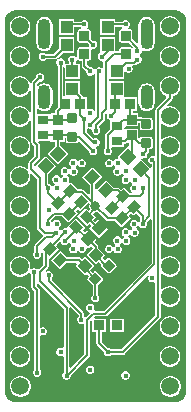
<source format=gbl>
G04*
G04 #@! TF.GenerationSoftware,Altium Limited,CircuitMaker,2.2.1 (2.2.1.6)*
G04*
G04 Layer_Physical_Order=6*
G04 Layer_Color=11436288*
%FSLAX25Y25*%
%MOIN*%
G70*
G04*
G04 #@! TF.SameCoordinates,FB4DA932-24D3-4F87-B050-2CA4388B978A*
G04*
G04*
G04 #@! TF.FilePolarity,Positive*
G04*
G01*
G75*
%ADD12C,0.00787*%
%ADD26R,0.03543X0.03150*%
G04:AMPARAMS|DCode=32|XSize=31.5mil|YSize=31.5mil|CornerRadius=3.15mil|HoleSize=0mil|Usage=FLASHONLY|Rotation=315.000|XOffset=0mil|YOffset=0mil|HoleType=Round|Shape=RoundedRectangle|*
%AMROUNDEDRECTD32*
21,1,0.03150,0.02520,0,0,315.0*
21,1,0.02520,0.03150,0,0,315.0*
1,1,0.00630,0.00000,-0.01782*
1,1,0.00630,-0.01782,0.00000*
1,1,0.00630,0.00000,0.01782*
1,1,0.00630,0.01782,0.00000*
%
%ADD32ROUNDEDRECTD32*%
G04:AMPARAMS|DCode=54|XSize=82.68mil|YSize=43.31mil|CornerRadius=21.65mil|HoleSize=0mil|Usage=FLASHONLY|Rotation=270.000|XOffset=0mil|YOffset=0mil|HoleType=Round|Shape=RoundedRectangle|*
%AMROUNDEDRECTD54*
21,1,0.08268,0.00000,0,0,270.0*
21,1,0.03937,0.04331,0,0,270.0*
1,1,0.04331,0.00000,-0.01968*
1,1,0.04331,0.00000,0.01968*
1,1,0.04331,0.00000,0.01968*
1,1,0.04331,0.00000,-0.01968*
%
%ADD54ROUNDEDRECTD54*%
G04:AMPARAMS|DCode=55|XSize=102.36mil|YSize=43.31mil|CornerRadius=21.65mil|HoleSize=0mil|Usage=FLASHONLY|Rotation=270.000|XOffset=0mil|YOffset=0mil|HoleType=Round|Shape=RoundedRectangle|*
%AMROUNDEDRECTD55*
21,1,0.10236,0.00000,0,0,270.0*
21,1,0.05905,0.04331,0,0,270.0*
1,1,0.04331,0.00000,-0.02953*
1,1,0.04331,0.00000,0.02953*
1,1,0.04331,0.00000,0.02953*
1,1,0.04331,0.00000,-0.02953*
%
%ADD55ROUNDEDRECTD55*%
%ADD56C,0.05905*%
%ADD57C,0.01772*%
%ADD58C,0.03150*%
G04:AMPARAMS|DCode=66|XSize=37.4mil|YSize=39.37mil|CornerRadius=0mil|HoleSize=0mil|Usage=FLASHONLY|Rotation=135.000|XOffset=0mil|YOffset=0mil|HoleType=Round|Shape=Rectangle|*
%AMROTATEDRECTD66*
4,1,4,0.02714,0.00070,-0.00070,-0.02714,-0.02714,-0.00070,0.00070,0.02714,0.02714,0.00070,0.0*
%
%ADD66ROTATEDRECTD66*%

%ADD67R,0.03543X0.03543*%
%ADD68R,0.03543X0.03347*%
G04:AMPARAMS|DCode=69|XSize=31.5mil|YSize=31.5mil|CornerRadius=3.15mil|HoleSize=0mil|Usage=FLASHONLY|Rotation=0.000|XOffset=0mil|YOffset=0mil|HoleType=Round|Shape=RoundedRectangle|*
%AMROUNDEDRECTD69*
21,1,0.03150,0.02520,0,0,0.0*
21,1,0.02520,0.03150,0,0,0.0*
1,1,0.00630,0.01260,-0.01260*
1,1,0.00630,-0.01260,-0.01260*
1,1,0.00630,-0.01260,0.01260*
1,1,0.00630,0.01260,0.01260*
%
%ADD69ROUNDEDRECTD69*%
G04:AMPARAMS|DCode=70|XSize=35.43mil|YSize=33.47mil|CornerRadius=0mil|HoleSize=0mil|Usage=FLASHONLY|Rotation=315.000|XOffset=0mil|YOffset=0mil|HoleType=Round|Shape=Rectangle|*
%AMROTATEDRECTD70*
4,1,4,-0.02436,0.00070,-0.00070,0.02436,0.02436,-0.00070,0.00070,-0.02436,-0.02436,0.00070,0.0*
%
%ADD70ROTATEDRECTD70*%

G04:AMPARAMS|DCode=71|XSize=35.43mil|YSize=31.5mil|CornerRadius=0mil|HoleSize=0mil|Usage=FLASHONLY|Rotation=225.000|XOffset=0mil|YOffset=0mil|HoleType=Round|Shape=Rectangle|*
%AMROTATEDRECTD71*
4,1,4,0.00139,0.02366,0.02366,0.00139,-0.00139,-0.02366,-0.02366,-0.00139,0.00139,0.02366,0.0*
%
%ADD71ROTATEDRECTD71*%

G04:AMPARAMS|DCode=72|XSize=35.43mil|YSize=31.5mil|CornerRadius=0mil|HoleSize=0mil|Usage=FLASHONLY|Rotation=315.000|XOffset=0mil|YOffset=0mil|HoleType=Round|Shape=Rectangle|*
%AMROTATEDRECTD72*
4,1,4,-0.02366,0.00139,-0.00139,0.02366,0.02366,-0.00139,0.00139,-0.02366,-0.02366,0.00139,0.0*
%
%ADD72ROTATEDRECTD72*%

G04:AMPARAMS|DCode=73|XSize=39.37mil|YSize=41.34mil|CornerRadius=0mil|HoleSize=0mil|Usage=FLASHONLY|Rotation=135.000|XOffset=0mil|YOffset=0mil|HoleType=Round|Shape=Rectangle|*
%AMROTATEDRECTD73*
4,1,4,0.02854,0.00070,-0.00070,-0.02854,-0.02854,-0.00070,0.00070,0.02854,0.02854,0.00070,0.0*
%
%ADD73ROTATEDRECTD73*%

G04:AMPARAMS|DCode=74|XSize=39.37mil|YSize=41.34mil|CornerRadius=0mil|HoleSize=0mil|Usage=FLASHONLY|Rotation=45.000|XOffset=0mil|YOffset=0mil|HoleType=Round|Shape=Rectangle|*
%AMROTATEDRECTD74*
4,1,4,0.00070,-0.02854,-0.02854,0.00070,-0.00070,0.02854,0.02854,-0.00070,0.00070,-0.02854,0.0*
%
%ADD74ROTATEDRECTD74*%

%ADD75R,0.03347X0.03543*%
%ADD76R,0.03937X0.04134*%
G04:AMPARAMS|DCode=77|XSize=35mil|YSize=35mil|CornerRadius=4.38mil|HoleSize=0mil|Usage=FLASHONLY|Rotation=270.000|XOffset=0mil|YOffset=0mil|HoleType=Round|Shape=RoundedRectangle|*
%AMROUNDEDRECTD77*
21,1,0.03500,0.02625,0,0,270.0*
21,1,0.02625,0.03500,0,0,270.0*
1,1,0.00875,-0.01312,-0.01312*
1,1,0.00875,-0.01312,0.01312*
1,1,0.00875,0.01312,0.01312*
1,1,0.00875,0.01312,-0.01312*
%
%ADD77ROUNDEDRECTD77*%
G36*
X157841Y230557D02*
X158558Y230261D01*
X159203Y229830D01*
X159751Y229281D01*
X160182Y228637D01*
X160479Y227920D01*
X160630Y227159D01*
Y226772D01*
Y103937D01*
Y103549D01*
X160479Y102789D01*
X160182Y102072D01*
X159751Y101427D01*
X159203Y100879D01*
X158558Y100448D01*
X157841Y100151D01*
X157081Y100000D01*
X103549D01*
X102789Y100151D01*
X102072Y100448D01*
X101427Y100879D01*
X100879Y101427D01*
X100448Y102072D01*
X100151Y102789D01*
X100000Y103549D01*
Y103937D01*
Y226772D01*
Y227159D01*
X100151Y227920D01*
X100448Y228637D01*
X100879Y229281D01*
X101427Y229830D01*
X102072Y230261D01*
X102789Y230557D01*
X103549Y230709D01*
X157081D01*
X157841Y230557D01*
D02*
G37*
%LPC*%
G36*
X155573Y228768D02*
X154664D01*
X153785Y228532D01*
X152998Y228078D01*
X152355Y227435D01*
X151901Y226648D01*
X151665Y225769D01*
Y224860D01*
X151901Y223982D01*
X152355Y223195D01*
X152998Y222552D01*
X153785Y222097D01*
X154664Y221862D01*
X155573D01*
X156451Y222097D01*
X157238Y222552D01*
X157881Y223195D01*
X158336Y223982D01*
X158571Y224860D01*
Y225769D01*
X158336Y226648D01*
X157881Y227435D01*
X157238Y228078D01*
X156451Y228532D01*
X155573Y228768D01*
D02*
G37*
G36*
X105573D02*
X104664D01*
X103785Y228532D01*
X102998Y228078D01*
X102355Y227435D01*
X101901Y226648D01*
X101665Y225769D01*
Y224860D01*
X101901Y223982D01*
X102355Y223195D01*
X102998Y222552D01*
X103785Y222097D01*
X104664Y221862D01*
X105573D01*
X106451Y222097D01*
X107238Y222552D01*
X107881Y223195D01*
X108336Y223982D01*
X108571Y224860D01*
Y225769D01*
X108336Y226648D01*
X107881Y227435D01*
X107238Y228078D01*
X106451Y228532D01*
X105573Y228768D01*
D02*
G37*
G36*
X147323Y228358D02*
X146627Y228266D01*
X145979Y227997D01*
X145422Y227570D01*
X144995Y227013D01*
X144726Y226365D01*
X144634Y225669D01*
Y219810D01*
X144533Y219726D01*
X144154Y219584D01*
X142623Y221115D01*
Y223407D01*
X142550Y223773D01*
X142343Y224083D01*
X142033Y224290D01*
X141667Y224363D01*
X141346D01*
X141231Y224612D01*
X141193Y224863D01*
X141529Y225199D01*
X141576Y225313D01*
X141616Y225340D01*
X141814Y225636D01*
X141883Y225984D01*
X141814Y226333D01*
X141616Y226629D01*
X141576Y226655D01*
X141529Y226769D01*
X141139Y227159D01*
X140630Y227370D01*
X140079D01*
X139569Y227159D01*
X139306Y226895D01*
X136917D01*
Y227567D01*
X131980D01*
Y222433D01*
X136917D01*
Y225073D01*
X139103D01*
X139290Y224863D01*
X139066Y224363D01*
X139042D01*
X138676Y224290D01*
X138366Y224083D01*
X138159Y223773D01*
X138086Y223407D01*
Y220782D01*
X138159Y220416D01*
X138366Y220106D01*
X138676Y219899D01*
X139042Y219826D01*
X141334D01*
X142887Y218273D01*
X142861Y218207D01*
X142456Y218110D01*
X142289Y218119D01*
X142033Y218290D01*
X141667Y218363D01*
X139042D01*
X138676Y218290D01*
X138366Y218083D01*
X138159Y217773D01*
X138086Y217407D01*
Y217006D01*
X136917D01*
Y221661D01*
X131980D01*
Y216780D01*
X131771Y216367D01*
X131695Y216332D01*
X131306Y215943D01*
X131095Y215433D01*
Y214882D01*
X131306Y214372D01*
X131695Y213983D01*
X132205Y213772D01*
X132402D01*
X132811Y213520D01*
X132857Y213310D01*
Y211543D01*
X132357Y211336D01*
X132281Y211411D01*
X131772Y211622D01*
X131220D01*
X130711Y211411D01*
X130321Y211021D01*
X130290Y210946D01*
X129749D01*
X129718Y211021D01*
X129328Y211411D01*
X128819Y211622D01*
X128446D01*
X127486Y212582D01*
Y213826D01*
X127887D01*
X128253Y213899D01*
X128563Y214106D01*
X128770Y214416D01*
X128843Y214782D01*
Y217407D01*
X129242Y217747D01*
X129284Y217756D01*
X129803D01*
X130313Y217967D01*
X130702Y218357D01*
X130913Y218866D01*
Y219417D01*
X130702Y219927D01*
X130313Y220317D01*
X129803Y220528D01*
X129430D01*
X128843Y221115D01*
Y223407D01*
X128770Y223773D01*
X128563Y224083D01*
X128253Y224290D01*
X127887Y224363D01*
X127567D01*
X127451Y224612D01*
X127413Y224863D01*
X127750Y225199D01*
X127961Y225709D01*
Y226260D01*
X127750Y226769D01*
X127360Y227159D01*
X126850Y227370D01*
X126299D01*
X125790Y227159D01*
X125526Y226895D01*
X123138D01*
Y227567D01*
X118201D01*
Y222433D01*
X123138D01*
Y225073D01*
X125324D01*
X125511Y224863D01*
X125287Y224363D01*
X125262D01*
X124897Y224290D01*
X124586Y224083D01*
X124379Y223773D01*
X124306Y223407D01*
Y220782D01*
X124379Y220416D01*
X124586Y220106D01*
X124897Y219899D01*
X125262Y219826D01*
X127555D01*
X128142Y219239D01*
Y218866D01*
X128162Y218818D01*
X127995Y218542D01*
X127809Y218363D01*
X125262D01*
X124897Y218290D01*
X124586Y218083D01*
X124379Y217773D01*
X124306Y217407D01*
Y215073D01*
X123842Y214965D01*
X123806Y214964D01*
X123423Y215348D01*
X122914Y215559D01*
X122362D01*
X121853Y215348D01*
X121463Y214958D01*
X121252Y214449D01*
Y213898D01*
X121463Y213388D01*
X121548Y213303D01*
X121341Y212803D01*
X120549D01*
X120152Y212898D01*
X120087Y213269D01*
Y213465D01*
X119876Y213974D01*
X119486Y214364D01*
X118976Y214575D01*
X118425D01*
X118023Y214408D01*
X117916Y214364D01*
X117594Y214731D01*
X117674Y214811D01*
X119391Y216528D01*
X123138D01*
Y221661D01*
X118201D01*
Y217915D01*
X116355Y216069D01*
X113844D01*
X113580Y216332D01*
X113071Y216543D01*
X112520D01*
X112010Y216332D01*
X111620Y215943D01*
X111409Y215433D01*
Y214882D01*
X111620Y214372D01*
X112010Y213983D01*
X112520Y213772D01*
X113071D01*
X113580Y213983D01*
X113844Y214246D01*
X116732D01*
X117081Y214316D01*
X117321Y214476D01*
X117639Y214087D01*
X117526Y213974D01*
X117315Y213465D01*
Y212913D01*
X117526Y212404D01*
X117790Y212140D01*
Y200787D01*
X117859Y200439D01*
X117905Y200369D01*
Y198525D01*
X117072Y197692D01*
X116875Y197396D01*
X116805Y197047D01*
Y196268D01*
X115445D01*
Y196268D01*
X115067Y196071D01*
X110754D01*
Y197774D01*
X111254Y197943D01*
X111406Y197745D01*
X111963Y197318D01*
X112611Y197049D01*
X113307Y196957D01*
X114003Y197049D01*
X114651Y197318D01*
X115208Y197745D01*
X115635Y198301D01*
X115904Y198950D01*
X115995Y199646D01*
Y203583D01*
X115904Y204278D01*
X115635Y204927D01*
X115208Y205484D01*
X114651Y205911D01*
X114003Y206179D01*
X113307Y206271D01*
X112611Y206179D01*
X111963Y205911D01*
X111406Y205484D01*
X111254Y205285D01*
X110754Y205455D01*
Y205922D01*
X111714Y206882D01*
X112087D01*
X112596Y207093D01*
X112986Y207483D01*
X113197Y207992D01*
Y208543D01*
X112986Y209053D01*
X112596Y209443D01*
X112087Y209653D01*
X111535D01*
X111026Y209443D01*
X110636Y209053D01*
X110425Y208543D01*
Y208171D01*
X109198Y206943D01*
X109001Y206648D01*
X108931Y206299D01*
X108431Y206290D01*
X108336Y206648D01*
X107881Y207435D01*
X107238Y208078D01*
X106451Y208532D01*
X105573Y208768D01*
X104664D01*
X103785Y208532D01*
X102998Y208078D01*
X102355Y207435D01*
X101901Y206648D01*
X101665Y205769D01*
Y204860D01*
X101901Y203982D01*
X102355Y203195D01*
X102998Y202552D01*
X103785Y202098D01*
X104664Y201862D01*
X105573D01*
X106451Y202098D01*
X107238Y202552D01*
X107881Y203195D01*
X108336Y203982D01*
X108431Y204340D01*
X108931Y204274D01*
Y196356D01*
X108431Y196290D01*
X108336Y196648D01*
X107881Y197435D01*
X107238Y198078D01*
X106451Y198532D01*
X105573Y198768D01*
X104664D01*
X103785Y198532D01*
X102998Y198078D01*
X102355Y197435D01*
X101901Y196648D01*
X101665Y195770D01*
Y194860D01*
X101901Y193982D01*
X102355Y193195D01*
X102998Y192552D01*
X103785Y192097D01*
X104664Y191862D01*
X105573D01*
X106451Y192097D01*
X107238Y192552D01*
X107881Y193195D01*
X108336Y193982D01*
X108431Y194340D01*
X108931Y194274D01*
Y186614D01*
X109001Y186266D01*
X109198Y185970D01*
X109916Y185252D01*
Y182070D01*
X108214Y180369D01*
X108016Y180073D01*
X107947Y179724D01*
Y178076D01*
X107447Y177869D01*
X107238Y178078D01*
X106451Y178532D01*
X105573Y178768D01*
X104664D01*
X103785Y178532D01*
X102998Y178078D01*
X102355Y177435D01*
X101901Y176648D01*
X101665Y175769D01*
Y174860D01*
X101901Y173982D01*
X102355Y173195D01*
X102998Y172552D01*
X103785Y172098D01*
X104664Y171862D01*
X105573D01*
X106451Y172098D01*
X107238Y172552D01*
X107881Y173195D01*
X108336Y173982D01*
X108571Y174860D01*
Y175769D01*
X108469Y176149D01*
X108917Y176408D01*
X110900Y174426D01*
Y158071D01*
X110969Y157722D01*
X111167Y157427D01*
X112721Y155873D01*
X112689Y155328D01*
X112675Y155302D01*
X110182Y152810D01*
X109985Y152514D01*
X109916Y152165D01*
Y150261D01*
X109652Y149998D01*
X109441Y149488D01*
Y148937D01*
X109652Y148428D01*
X110042Y148038D01*
X110551Y147827D01*
X111102D01*
X111612Y148038D01*
X112002Y148428D01*
X112213Y148937D01*
Y149488D01*
X112052Y149876D01*
X112066Y149959D01*
X112601Y150128D01*
X112606Y150126D01*
X112889Y149843D01*
X112868Y149740D01*
Y145653D01*
X111485Y144270D01*
X111417Y144244D01*
X110811Y144299D01*
X110627Y144482D01*
X110118Y144693D01*
X109567D01*
X109057Y144482D01*
X108961Y144386D01*
X108513Y144644D01*
X108571Y144860D01*
Y145770D01*
X108336Y146648D01*
X107881Y147435D01*
X107238Y148078D01*
X106451Y148532D01*
X105573Y148768D01*
X104664D01*
X103785Y148532D01*
X102998Y148078D01*
X102355Y147435D01*
X101901Y146648D01*
X101665Y145770D01*
Y144860D01*
X101901Y143982D01*
X102355Y143195D01*
X102998Y142552D01*
X103785Y142097D01*
X104664Y141862D01*
X105573D01*
X106451Y142097D01*
X107238Y142552D01*
X107881Y143195D01*
X107957Y143326D01*
X108457Y143192D01*
Y143031D01*
X108668Y142522D01*
X108931Y142259D01*
Y138386D01*
X109001Y138037D01*
X109198Y137741D01*
X109916Y137024D01*
Y110891D01*
X109652Y110627D01*
X109441Y110118D01*
Y109567D01*
X109652Y109057D01*
X110042Y108668D01*
X110551Y108457D01*
X111102D01*
X111612Y108668D01*
X112002Y109057D01*
X112213Y109567D01*
Y110118D01*
X112002Y110627D01*
X111738Y110891D01*
Y122066D01*
X112238Y122353D01*
X112520Y122236D01*
X113071D01*
X113580Y122447D01*
X113970Y122837D01*
X114181Y123346D01*
Y123898D01*
X113970Y124407D01*
X113580Y124797D01*
X113071Y125008D01*
X112520D01*
X112238Y124891D01*
X111738Y125178D01*
Y137402D01*
X111669Y137750D01*
X111471Y138046D01*
X110754Y138763D01*
Y139430D01*
X110915Y139540D01*
X111254Y139623D01*
X119758Y131119D01*
Y118288D01*
X119258Y118001D01*
X118976Y118118D01*
X118425D01*
X117916Y117907D01*
X117526Y117517D01*
X117315Y117008D01*
Y116457D01*
X117526Y115947D01*
X117916Y115557D01*
X118425Y115347D01*
X118976D01*
X119258Y115463D01*
X119758Y115176D01*
Y109907D01*
X119494Y109643D01*
X119283Y109134D01*
Y108583D01*
X119494Y108073D01*
X119884Y107683D01*
X120394Y107473D01*
X120945D01*
X121454Y107683D01*
X121844Y108073D01*
X122055Y108583D01*
Y108955D01*
X128203Y115104D01*
X128401Y115399D01*
X128470Y115748D01*
Y127037D01*
X128727Y127236D01*
X129224Y127012D01*
Y123319D01*
X130585D01*
Y119685D01*
X130654Y119336D01*
X130852Y119041D01*
X133063Y116829D01*
Y116457D01*
X133274Y115947D01*
X133664Y115557D01*
X134173Y115347D01*
X134724D01*
X135234Y115557D01*
X135497Y115821D01*
X139370D01*
X139719Y115890D01*
X140014Y116088D01*
X151825Y127899D01*
X152023Y128195D01*
X152092Y128543D01*
Y132751D01*
X152592Y132958D01*
X152998Y132552D01*
X153785Y132097D01*
X154664Y131862D01*
X155573D01*
X156451Y132097D01*
X157238Y132552D01*
X157881Y133195D01*
X158336Y133982D01*
X158571Y134860D01*
Y135769D01*
X158336Y136648D01*
X157881Y137435D01*
X157238Y138078D01*
X156451Y138532D01*
X155573Y138768D01*
X154664D01*
X153785Y138532D01*
X152998Y138078D01*
X152592Y137672D01*
X152092Y137879D01*
Y142751D01*
X152592Y142958D01*
X152998Y142552D01*
X153785Y142097D01*
X154664Y141862D01*
X155573D01*
X156451Y142097D01*
X157238Y142552D01*
X157881Y143195D01*
X158336Y143982D01*
X158571Y144860D01*
Y145770D01*
X158336Y146648D01*
X157881Y147435D01*
X157238Y148078D01*
X156451Y148532D01*
X155573Y148768D01*
X154664D01*
X153785Y148532D01*
X152998Y148078D01*
X152592Y147672D01*
X152092Y147879D01*
Y152751D01*
X152592Y152958D01*
X152998Y152552D01*
X153785Y152097D01*
X154664Y151862D01*
X155573D01*
X156451Y152097D01*
X157238Y152552D01*
X157881Y153195D01*
X158336Y153982D01*
X158571Y154860D01*
Y155770D01*
X158336Y156648D01*
X157881Y157435D01*
X157238Y158078D01*
X156451Y158532D01*
X155573Y158768D01*
X154664D01*
X153785Y158532D01*
X152998Y158078D01*
X152592Y157672D01*
X152092Y157879D01*
Y162751D01*
X152592Y162958D01*
X152998Y162552D01*
X153785Y162098D01*
X154664Y161862D01*
X155573D01*
X156451Y162098D01*
X157238Y162552D01*
X157881Y163195D01*
X158336Y163982D01*
X158571Y164860D01*
Y165770D01*
X158336Y166648D01*
X157881Y167435D01*
X157238Y168078D01*
X156451Y168532D01*
X155573Y168768D01*
X154664D01*
X153785Y168532D01*
X152998Y168078D01*
X152592Y167672D01*
X152092Y167879D01*
Y172751D01*
X152592Y172958D01*
X152998Y172552D01*
X153785Y172098D01*
X154664Y171862D01*
X155573D01*
X156451Y172098D01*
X157238Y172552D01*
X157881Y173195D01*
X158336Y173982D01*
X158571Y174860D01*
Y175769D01*
X158336Y176648D01*
X157881Y177435D01*
X157238Y178078D01*
X156451Y178532D01*
X155573Y178768D01*
X154664D01*
X153785Y178532D01*
X152998Y178078D01*
X152592Y177672D01*
X152092Y177879D01*
Y182751D01*
X152592Y182958D01*
X152998Y182552D01*
X153785Y182097D01*
X154664Y181862D01*
X155573D01*
X156451Y182097D01*
X157238Y182552D01*
X157881Y183195D01*
X158336Y183982D01*
X158571Y184860D01*
Y185769D01*
X158336Y186648D01*
X157881Y187435D01*
X157238Y188078D01*
X156451Y188532D01*
X155573Y188768D01*
X154664D01*
X153785Y188532D01*
X152998Y188078D01*
X152592Y187672D01*
X152092Y187879D01*
Y192751D01*
X152592Y192958D01*
X152998Y192552D01*
X153785Y192097D01*
X154664Y191862D01*
X155573D01*
X156451Y192097D01*
X157238Y192552D01*
X157881Y193195D01*
X158336Y193982D01*
X158571Y194860D01*
Y195770D01*
X158336Y196648D01*
X157881Y197435D01*
X157238Y198078D01*
X156451Y198532D01*
X155573Y198768D01*
X154664D01*
X154445Y198709D01*
X154186Y199158D01*
X155762Y200734D01*
X155960Y201029D01*
X156029Y201378D01*
Y201985D01*
X156451Y202098D01*
X157238Y202552D01*
X157881Y203195D01*
X158336Y203982D01*
X158571Y204860D01*
Y205769D01*
X158336Y206648D01*
X157881Y207435D01*
X157238Y208078D01*
X156451Y208532D01*
X155573Y208768D01*
X154664D01*
X153785Y208532D01*
X152998Y208078D01*
X152355Y207435D01*
X151901Y206648D01*
X151665Y205769D01*
Y204860D01*
X151901Y203982D01*
X152355Y203195D01*
X152998Y202552D01*
X153785Y202098D01*
X153830Y202086D01*
X153979Y201528D01*
X150537Y198085D01*
X150339Y197790D01*
X150270Y197441D01*
Y182264D01*
X149770Y181978D01*
X149488Y182095D01*
X148937D01*
X148428Y181884D01*
X148038Y181494D01*
X147827Y180984D01*
Y180433D01*
X148038Y179924D01*
X148428Y179534D01*
X148937Y179323D01*
X148983D01*
Y178247D01*
X148483Y178040D01*
X145665Y180857D01*
X145631Y180891D01*
X145631Y180891D01*
X145623Y180901D01*
X145763Y181110D01*
Y181110D01*
X145768Y181117D01*
X145768D01*
X146215Y181291D01*
X146536D01*
X147045Y181502D01*
X147435Y181892D01*
X147646Y182402D01*
Y182774D01*
X147888Y183017D01*
X148086Y183313D01*
X148155Y183661D01*
Y184327D01*
X148504D01*
X148822Y184390D01*
X149091Y184570D01*
X149272Y184839D01*
X149335Y185158D01*
Y187677D01*
X149272Y187995D01*
X149091Y188265D01*
X148822Y188445D01*
X148504Y188508D01*
X145984D01*
X145666Y188445D01*
X145397Y188265D01*
X144811Y188205D01*
X144595Y188389D01*
Y191150D01*
X140051D01*
X139954Y191225D01*
Y191461D01*
X140423Y191921D01*
X144595D01*
Y193085D01*
X145153D01*
Y191457D01*
X145217Y191139D01*
X145397Y190869D01*
X145666Y190689D01*
X145984Y190626D01*
X148504D01*
X148822Y190689D01*
X149091Y190869D01*
X149272Y191139D01*
X149335Y191457D01*
Y193976D01*
X149272Y194294D01*
X149091Y194564D01*
X148822Y194744D01*
X148504Y194807D01*
X146359D01*
X146313Y194838D01*
X145965Y194907D01*
X144595D01*
Y196268D01*
X142840D01*
Y197138D01*
X144102D01*
Y201681D01*
X140336D01*
X139870Y201764D01*
X139870Y202134D01*
Y206898D01*
X134959D01*
X134731Y207283D01*
X134959Y207669D01*
X139870D01*
Y210022D01*
X140370Y210229D01*
X140554Y210046D01*
X141063Y209835D01*
X141614D01*
X142124Y210046D01*
X142513Y210436D01*
X142724Y210945D01*
Y211496D01*
X142608Y211778D01*
X142894Y212278D01*
X143307D01*
X143656Y212347D01*
X143951Y212545D01*
X144194Y212787D01*
X144567D01*
X145076Y212998D01*
X145466Y213388D01*
X145677Y213898D01*
Y214449D01*
X145466Y214958D01*
X145076Y215348D01*
X145002Y215379D01*
Y215920D01*
X145076Y215951D01*
X145466Y216341D01*
X145677Y216850D01*
Y217038D01*
X145736Y217115D01*
X146177Y217353D01*
X146627Y217167D01*
X147323Y217075D01*
X148019Y217167D01*
X148667Y217436D01*
X149224Y217863D01*
X149651Y218420D01*
X149920Y219068D01*
X150011Y219764D01*
Y225669D01*
X149920Y226365D01*
X149651Y227013D01*
X149224Y227570D01*
X148667Y227997D01*
X148019Y228266D01*
X147323Y228358D01*
D02*
G37*
G36*
X113307D02*
X112611Y228266D01*
X111963Y227997D01*
X111406Y227570D01*
X110979Y227013D01*
X110710Y226365D01*
X110619Y225669D01*
Y219764D01*
X110710Y219068D01*
X110979Y218420D01*
X111406Y217863D01*
X111963Y217436D01*
X112611Y217167D01*
X113307Y217075D01*
X114003Y217167D01*
X114651Y217436D01*
X115208Y217863D01*
X115635Y218420D01*
X115904Y219068D01*
X115995Y219764D01*
Y225669D01*
X115904Y226365D01*
X115635Y227013D01*
X115208Y227570D01*
X114651Y227997D01*
X114003Y228266D01*
X113307Y228358D01*
D02*
G37*
G36*
X155573Y218768D02*
X154664D01*
X153785Y218532D01*
X152998Y218078D01*
X152355Y217435D01*
X151901Y216648D01*
X151665Y215770D01*
Y214860D01*
X151901Y213982D01*
X152355Y213195D01*
X152998Y212552D01*
X153785Y212098D01*
X154664Y211862D01*
X155573D01*
X156451Y212098D01*
X157238Y212552D01*
X157881Y213195D01*
X158336Y213982D01*
X158571Y214860D01*
Y215770D01*
X158336Y216648D01*
X157881Y217435D01*
X157238Y218078D01*
X156451Y218532D01*
X155573Y218768D01*
D02*
G37*
G36*
X105573D02*
X104664D01*
X103785Y218532D01*
X102998Y218078D01*
X102355Y217435D01*
X101901Y216648D01*
X101665Y215770D01*
Y214860D01*
X101901Y213982D01*
X102355Y213195D01*
X102998Y212552D01*
X103785Y212098D01*
X104664Y211862D01*
X105573D01*
X106451Y212098D01*
X107238Y212552D01*
X107881Y213195D01*
X108336Y213982D01*
X108571Y214860D01*
Y215770D01*
X108336Y216648D01*
X107881Y217435D01*
X107238Y218078D01*
X106451Y218532D01*
X105573Y218768D01*
D02*
G37*
G36*
X147323Y206271D02*
X146627Y206179D01*
X145979Y205911D01*
X145422Y205484D01*
X144995Y204927D01*
X144726Y204278D01*
X144634Y203583D01*
Y199646D01*
X144726Y198950D01*
X144995Y198301D01*
X145422Y197745D01*
X145979Y197318D01*
X146627Y197049D01*
X147323Y196957D01*
X148019Y197049D01*
X148667Y197318D01*
X149224Y197745D01*
X149651Y198301D01*
X149920Y198950D01*
X150011Y199646D01*
Y203583D01*
X149920Y204278D01*
X149651Y204927D01*
X149224Y205484D01*
X148667Y205911D01*
X148019Y206179D01*
X147323Y206271D01*
D02*
G37*
G36*
X105573Y188768D02*
X104664D01*
X103785Y188532D01*
X102998Y188078D01*
X102355Y187435D01*
X101901Y186648D01*
X101665Y185769D01*
Y184860D01*
X101901Y183982D01*
X102355Y183195D01*
X102998Y182552D01*
X103785Y182097D01*
X104664Y181862D01*
X105573D01*
X106451Y182097D01*
X107238Y182552D01*
X107881Y183195D01*
X108336Y183982D01*
X108571Y184860D01*
Y185769D01*
X108336Y186648D01*
X107881Y187435D01*
X107238Y188078D01*
X106451Y188532D01*
X105573Y188768D01*
D02*
G37*
G36*
Y168768D02*
X104664D01*
X103785Y168532D01*
X102998Y168078D01*
X102355Y167435D01*
X101901Y166648D01*
X101665Y165770D01*
Y164860D01*
X101901Y163982D01*
X102355Y163195D01*
X102998Y162552D01*
X103785Y162098D01*
X104664Y161862D01*
X105573D01*
X106451Y162098D01*
X107238Y162552D01*
X107881Y163195D01*
X108336Y163982D01*
X108571Y164860D01*
Y165770D01*
X108336Y166648D01*
X107881Y167435D01*
X107238Y168078D01*
X106451Y168532D01*
X105573Y168768D01*
D02*
G37*
G36*
Y158768D02*
X104664D01*
X103785Y158532D01*
X102998Y158078D01*
X102355Y157435D01*
X101901Y156648D01*
X101665Y155770D01*
Y154860D01*
X101901Y153982D01*
X102355Y153195D01*
X102998Y152552D01*
X103785Y152097D01*
X104664Y151862D01*
X105573D01*
X106451Y152097D01*
X107238Y152552D01*
X107881Y153195D01*
X108336Y153982D01*
X108571Y154860D01*
Y155770D01*
X108336Y156648D01*
X107881Y157435D01*
X107238Y158078D01*
X106451Y158532D01*
X105573Y158768D01*
D02*
G37*
G36*
Y138768D02*
X104664D01*
X103785Y138532D01*
X102998Y138078D01*
X102355Y137435D01*
X101901Y136648D01*
X101665Y135769D01*
Y134860D01*
X101901Y133982D01*
X102355Y133195D01*
X102998Y132552D01*
X103785Y132097D01*
X104664Y131862D01*
X105573D01*
X106451Y132097D01*
X107238Y132552D01*
X107881Y133195D01*
X108336Y133982D01*
X108571Y134860D01*
Y135769D01*
X108336Y136648D01*
X107881Y137435D01*
X107238Y138078D01*
X106451Y138532D01*
X105573Y138768D01*
D02*
G37*
G36*
X155573Y128768D02*
X154664D01*
X153785Y128532D01*
X152998Y128078D01*
X152355Y127435D01*
X151901Y126648D01*
X151665Y125769D01*
Y124860D01*
X151901Y123982D01*
X152355Y123195D01*
X152998Y122552D01*
X153785Y122098D01*
X154664Y121862D01*
X155573D01*
X156451Y122098D01*
X157238Y122552D01*
X157881Y123195D01*
X158336Y123982D01*
X158571Y124860D01*
Y125769D01*
X158336Y126648D01*
X157881Y127435D01*
X157238Y128078D01*
X156451Y128532D01*
X155573Y128768D01*
D02*
G37*
G36*
X105573D02*
X104664D01*
X103785Y128532D01*
X102998Y128078D01*
X102355Y127435D01*
X101901Y126648D01*
X101665Y125769D01*
Y124860D01*
X101901Y123982D01*
X102355Y123195D01*
X102998Y122552D01*
X103785Y122098D01*
X104664Y121862D01*
X105573D01*
X106451Y122098D01*
X107238Y122552D01*
X107881Y123195D01*
X108336Y123982D01*
X108571Y124860D01*
Y125769D01*
X108336Y126648D01*
X107881Y127435D01*
X107238Y128078D01*
X106451Y128532D01*
X105573Y128768D01*
D02*
G37*
G36*
X155573Y118768D02*
X154664D01*
X153785Y118532D01*
X152998Y118078D01*
X152355Y117435D01*
X151901Y116648D01*
X151665Y115770D01*
Y114860D01*
X151901Y113982D01*
X152355Y113195D01*
X152998Y112552D01*
X153785Y112098D01*
X154664Y111862D01*
X155573D01*
X156451Y112098D01*
X157238Y112552D01*
X157881Y113195D01*
X158336Y113982D01*
X158571Y114860D01*
Y115770D01*
X158336Y116648D01*
X157881Y117435D01*
X157238Y118078D01*
X156451Y118532D01*
X155573Y118768D01*
D02*
G37*
G36*
X105573D02*
X104664D01*
X103785Y118532D01*
X102998Y118078D01*
X102355Y117435D01*
X101901Y116648D01*
X101665Y115770D01*
Y114860D01*
X101901Y113982D01*
X102355Y113195D01*
X102998Y112552D01*
X103785Y112098D01*
X104664Y111862D01*
X105573D01*
X106451Y112098D01*
X107238Y112552D01*
X107881Y113195D01*
X108336Y113982D01*
X108571Y114860D01*
Y115770D01*
X108336Y116648D01*
X107881Y117435D01*
X107238Y118078D01*
X106451Y118532D01*
X105573Y118768D01*
D02*
G37*
G36*
X128819Y112213D02*
X128268D01*
X127758Y112002D01*
X127368Y111612D01*
X127157Y111102D01*
Y110551D01*
X127368Y110042D01*
X127758Y109652D01*
X128268Y109441D01*
X128819D01*
X129328Y109652D01*
X129718Y110042D01*
X129929Y110551D01*
Y111102D01*
X129718Y111612D01*
X129328Y112002D01*
X128819Y112213D01*
D02*
G37*
G36*
X140630Y110244D02*
X140079D01*
X139569Y110033D01*
X139180Y109643D01*
X138969Y109134D01*
Y108583D01*
X139180Y108073D01*
X139569Y107683D01*
X140079Y107473D01*
X140630D01*
X141139Y107683D01*
X141529Y108073D01*
X141740Y108583D01*
Y109134D01*
X141529Y109643D01*
X141139Y110033D01*
X140630Y110244D01*
D02*
G37*
G36*
X155770Y108768D02*
X154860D01*
X153982Y108532D01*
X153195Y108078D01*
X152552Y107435D01*
X152097Y106648D01*
X151862Y105770D01*
Y104860D01*
X152097Y103982D01*
X152552Y103195D01*
X153195Y102552D01*
X153982Y102097D01*
X154860Y101862D01*
X155770D01*
X156648Y102097D01*
X157435Y102552D01*
X158078Y103195D01*
X158532Y103982D01*
X158768Y104860D01*
Y105770D01*
X158532Y106648D01*
X158078Y107435D01*
X157435Y108078D01*
X156648Y108532D01*
X155770Y108768D01*
D02*
G37*
G36*
X105770D02*
X104860D01*
X103982Y108532D01*
X103195Y108078D01*
X102552Y107435D01*
X102097Y106648D01*
X101862Y105770D01*
Y104860D01*
X102097Y103982D01*
X102552Y103195D01*
X103195Y102552D01*
X103982Y102097D01*
X104860Y101862D01*
X105770D01*
X106648Y102097D01*
X107435Y102552D01*
X108078Y103195D01*
X108532Y103982D01*
X108768Y104860D01*
Y105770D01*
X108532Y106648D01*
X108078Y107435D01*
X107435Y108078D01*
X106648Y108532D01*
X105770Y108768D01*
D02*
G37*
%LPD*%
G36*
X124586Y214106D02*
X124897Y213899D01*
X125262Y213826D01*
X125664D01*
Y212205D01*
X125733Y211856D01*
X125931Y211560D01*
X127157Y210333D01*
Y209961D01*
X127368Y209451D01*
X127758Y209061D01*
X128268Y208850D01*
X128819D01*
X129328Y209061D01*
X129718Y209451D01*
X130187Y209277D01*
X130282Y209186D01*
Y197188D01*
X129782Y197088D01*
X129718Y197242D01*
X129328Y197632D01*
X128819Y197843D01*
X128268D01*
X127870Y197678D01*
X127370Y197897D01*
Y201681D01*
X126108D01*
Y201772D01*
X126039Y202120D01*
X125841Y202416D01*
X125106Y203151D01*
Y206898D01*
X120169D01*
Y202357D01*
X119669Y202123D01*
X119612Y202171D01*
Y211680D01*
X119669Y211719D01*
X120169Y211451D01*
Y207669D01*
X125106D01*
Y212803D01*
X123935D01*
X123728Y213303D01*
X123813Y213388D01*
X124024Y213898D01*
Y214048D01*
X124524Y214200D01*
X124586Y214106D01*
D02*
G37*
G36*
X134204Y196126D02*
X134047Y195748D01*
Y195197D01*
X134258Y194687D01*
X134648Y194298D01*
X135130Y194098D01*
Y191045D01*
X133805Y189719D01*
X133607Y189424D01*
X133538Y189075D01*
Y184710D01*
X133274Y184446D01*
X133063Y183937D01*
Y183386D01*
X133274Y182876D01*
X133664Y182487D01*
X134173Y182276D01*
X134724D01*
X135234Y182487D01*
X135624Y182876D01*
X135835Y183386D01*
Y183937D01*
X135624Y184446D01*
X135539Y184531D01*
X135746Y185031D01*
X139673D01*
Y186195D01*
X140256D01*
X140605Y186265D01*
X140900Y186462D01*
X140912Y186473D01*
X141412Y186266D01*
Y185482D01*
X141150Y185373D01*
X141150D01*
X137659Y181882D01*
X137895Y181645D01*
X137688Y181145D01*
X137485D01*
X136975Y180934D01*
X136585Y180544D01*
X136544Y180445D01*
X136017Y180411D01*
X135627Y180800D01*
X135118Y181011D01*
X134567D01*
X134057Y180800D01*
X133668Y180411D01*
X133457Y179901D01*
Y179350D01*
X133668Y178840D01*
X134057Y178451D01*
X134567Y178240D01*
X135118D01*
X135627Y178451D01*
X136017Y178840D01*
X136058Y178940D01*
X136585Y178974D01*
X136975Y178585D01*
X136941Y178058D01*
X136841Y178016D01*
X136451Y177627D01*
X136241Y177117D01*
Y176566D01*
X136451Y176057D01*
X136841Y175667D01*
X137351Y175456D01*
X137902D01*
X138411Y175667D01*
X138801Y176057D01*
X138842Y176156D01*
X139369Y176190D01*
X139759Y175801D01*
X139725Y175274D01*
X139625Y175233D01*
X139235Y174843D01*
X139024Y174333D01*
Y173782D01*
X139235Y173273D01*
X139625Y172883D01*
X140135Y172672D01*
X140686D01*
X141195Y172883D01*
X141585Y173273D01*
X141626Y173372D01*
X142153Y173407D01*
X142543Y173017D01*
X142509Y172490D01*
X142409Y172449D01*
X142019Y172059D01*
X141808Y171549D01*
Y170998D01*
X142019Y170489D01*
X142374Y170134D01*
X142343Y169940D01*
X142218Y169637D01*
X141880Y169600D01*
X139738Y171742D01*
X138776Y170781D01*
X138304Y171252D01*
X138009Y171449D01*
X137660Y171519D01*
X136303D01*
X133793Y174029D01*
X130680Y170916D01*
X130180Y171123D01*
Y172621D01*
X132690Y175131D01*
X129339Y178483D01*
X125848Y174992D01*
X128358Y172482D01*
Y169480D01*
X127896Y169288D01*
X126516Y170668D01*
X126220Y170866D01*
X125871Y170935D01*
X124403D01*
X122021Y173317D01*
X121907Y173203D01*
X121483Y173486D01*
X121605Y173782D01*
Y174333D01*
X121395Y174843D01*
X121005Y175233D01*
X120905Y175274D01*
X120871Y175801D01*
X121261Y176190D01*
X121788Y176156D01*
X121829Y176057D01*
X122219Y175667D01*
X122728Y175456D01*
X123279D01*
X123788Y175667D01*
X124178Y176057D01*
X124389Y176566D01*
Y177117D01*
X124178Y177627D01*
X123788Y178016D01*
X123689Y178058D01*
X123655Y178585D01*
X124045Y178974D01*
X124571Y178940D01*
X124613Y178840D01*
X125002Y178451D01*
X125512Y178240D01*
X126063D01*
X126572Y178451D01*
X126962Y178840D01*
X127173Y179350D01*
Y179901D01*
X126962Y180411D01*
X126572Y180800D01*
X126063Y181011D01*
X125512D01*
X125002Y180800D01*
X124613Y180411D01*
X124086Y180445D01*
X124045Y180544D01*
X123655Y180934D01*
X123145Y181145D01*
X122594D01*
X122085Y180934D01*
X121695Y180544D01*
X121484Y180035D01*
Y179484D01*
X121695Y178974D01*
X122085Y178585D01*
X122184Y178543D01*
X122219Y178016D01*
X121829Y177627D01*
X121302Y177661D01*
X121261Y177761D01*
X120871Y178150D01*
X120361Y178361D01*
X119810D01*
X119301Y178150D01*
X118911Y177761D01*
X118700Y177251D01*
Y176700D01*
X118911Y176190D01*
X119301Y175801D01*
X119400Y175759D01*
X119435Y175233D01*
X119045Y174843D01*
X118518Y174877D01*
X118477Y174977D01*
X118087Y175366D01*
X117578Y175577D01*
X117026D01*
X116517Y175366D01*
X116127Y174977D01*
X115916Y174467D01*
Y173916D01*
X116127Y173407D01*
X116517Y173017D01*
X116616Y172976D01*
X116651Y172449D01*
X116261Y172059D01*
X115734Y172093D01*
X115693Y172193D01*
X115303Y172583D01*
X114794Y172793D01*
X114571D01*
Y176041D01*
X117221Y178690D01*
X113730Y182181D01*
X110313Y178764D01*
X109862Y178943D01*
X109813Y179390D01*
X111471Y181049D01*
X111669Y181344D01*
X111738Y181693D01*
Y185630D01*
X111669Y185979D01*
X111471Y186274D01*
X111245Y186500D01*
X111452Y187000D01*
X115067D01*
X115445Y186803D01*
Y186803D01*
X116805D01*
Y185257D01*
X114275Y182727D01*
X117766Y179236D01*
X121397Y182866D01*
X118628Y185635D01*
Y186803D01*
X119988D01*
Y188065D01*
X120547D01*
Y187126D01*
X120610Y186808D01*
X120790Y186538D01*
X121060Y186358D01*
X121378Y186295D01*
X123898D01*
X124216Y186358D01*
X124485Y186538D01*
X124553Y186640D01*
X125053Y186754D01*
X125161Y186739D01*
X128142Y183759D01*
Y183386D01*
X128353Y182876D01*
X128743Y182487D01*
X129252Y182276D01*
X129803D01*
X130313Y182487D01*
X130702Y182876D01*
X130913Y183386D01*
Y183937D01*
X130702Y184446D01*
X130420Y184728D01*
X130572Y185227D01*
X130574Y185228D01*
X130591D01*
X131100Y185439D01*
X131490Y185829D01*
X131701Y186338D01*
Y186890D01*
X131490Y187399D01*
X131100Y187789D01*
X130591Y188000D01*
X130039D01*
X129609Y187822D01*
X127486Y189944D01*
Y190964D01*
X127986Y191251D01*
X128268Y191134D01*
X128712D01*
X128950Y190958D01*
X129126Y190720D01*
Y190276D01*
X129337Y189766D01*
X129727Y189376D01*
X130236Y189165D01*
X130788D01*
X131297Y189376D01*
X131687Y189766D01*
X131898Y190276D01*
Y190827D01*
X131687Y191336D01*
X131423Y191600D01*
Y192142D01*
X133125Y193844D01*
X133322Y194140D01*
X133391Y194488D01*
Y196021D01*
X133780Y196410D01*
X134204Y196126D01*
D02*
G37*
G36*
X128416Y166191D02*
X128240Y165767D01*
Y164942D01*
X128523Y164260D01*
X128153Y163891D01*
X127191Y164853D01*
X124257Y161918D01*
X127470Y158706D01*
X128293Y159529D01*
X129017Y158804D01*
X128194Y157982D01*
X131407Y154769D01*
X134480Y157842D01*
X131267Y161055D01*
X130306Y160093D01*
X129581Y160817D01*
X130404Y161640D01*
X129442Y162602D01*
X130119Y163279D01*
X130728D01*
X130992Y163389D01*
X133773Y160608D01*
X134068Y160410D01*
X134417Y160341D01*
X136840D01*
X139002Y158179D01*
X142215Y161391D01*
X141392Y162214D01*
X142116Y162939D01*
X142939Y162116D01*
X143901Y163078D01*
X145201Y161778D01*
Y160471D01*
X144872Y160157D01*
X144369Y160220D01*
X143979Y160610D01*
X143470Y160821D01*
X142919D01*
X142409Y160610D01*
X142019Y160220D01*
X141808Y159711D01*
Y159159D01*
X142019Y158650D01*
X142409Y158260D01*
X142509Y158219D01*
X142543Y157692D01*
X142153Y157302D01*
X141626Y157336D01*
X141585Y157436D01*
X141195Y157826D01*
X140686Y158037D01*
X140135D01*
X139625Y157826D01*
X139235Y157436D01*
X139024Y156927D01*
Y156375D01*
X139235Y155866D01*
X139625Y155476D01*
X139725Y155435D01*
X139759Y154908D01*
X139369Y154518D01*
X138842Y154553D01*
X138801Y154652D01*
X138411Y155042D01*
X137902Y155253D01*
X137351D01*
X136841Y155042D01*
X136451Y154652D01*
X136241Y154143D01*
Y153591D01*
X136451Y153082D01*
X136841Y152692D01*
X136941Y152651D01*
X136975Y152124D01*
X136585Y151734D01*
X136058Y151769D01*
X136017Y151868D01*
X135627Y152258D01*
X135118Y152469D01*
X134567D01*
X134057Y152258D01*
X133668Y151868D01*
X133457Y151359D01*
Y150807D01*
X133668Y150298D01*
X134057Y149908D01*
X134567Y149697D01*
X135118D01*
X135627Y149908D01*
X136017Y150298D01*
X136544Y150264D01*
X136585Y150164D01*
X136975Y149774D01*
X137485Y149564D01*
X138036D01*
X138545Y149774D01*
X138935Y150164D01*
X139146Y150674D01*
Y151225D01*
X138935Y151734D01*
X138545Y152124D01*
X138446Y152165D01*
X138411Y152692D01*
X138801Y153082D01*
X139328Y153048D01*
X139369Y152948D01*
X139759Y152558D01*
X140269Y152347D01*
X140820D01*
X141329Y152558D01*
X141719Y152948D01*
X141930Y153457D01*
Y154009D01*
X141719Y154518D01*
X141329Y154908D01*
X141230Y154949D01*
X141195Y155476D01*
X141585Y155866D01*
X142112Y155832D01*
X142153Y155732D01*
X142543Y155342D01*
X143052Y155131D01*
X143604D01*
X144113Y155342D01*
X144503Y155732D01*
X144714Y156241D01*
Y156793D01*
X144503Y157302D01*
X144113Y157692D01*
X144014Y157733D01*
X143979Y158260D01*
X144369Y158650D01*
X144896Y158615D01*
X144937Y158516D01*
X145327Y158126D01*
X145836Y157915D01*
X146388D01*
X146897Y158126D01*
X147287Y158516D01*
X147498Y159025D01*
Y159577D01*
X147377Y159868D01*
X148483Y160973D01*
X148983Y160766D01*
Y146334D01*
X133087Y130439D01*
X130105D01*
X130095Y130446D01*
X129813Y130939D01*
X129929Y131220D01*
Y131772D01*
X129718Y132281D01*
X129328Y132671D01*
X128819Y132882D01*
X128268D01*
X127758Y132671D01*
X127368Y132281D01*
X127157Y131772D01*
Y131220D01*
X127368Y130711D01*
X127758Y130321D01*
X128159Y130155D01*
X128302Y129795D01*
X128322Y129610D01*
X127233Y128522D01*
X126916Y128401D01*
X126502Y128728D01*
Y129528D01*
X126432Y129876D01*
X126235Y130172D01*
X115675Y140732D01*
Y141274D01*
X115939Y141538D01*
X116150Y142047D01*
Y142598D01*
X115939Y143108D01*
X115549Y143498D01*
X115039Y143709D01*
X114488D01*
X113979Y143498D01*
X113657Y143864D01*
X114424Y144631D01*
X114621Y144927D01*
X114691Y145276D01*
Y147440D01*
X114853Y147879D01*
X114853Y147879D01*
X114853Y147879D01*
X118066Y151092D01*
X117014Y152143D01*
X117377Y152505D01*
X117405Y152548D01*
X118238Y153381D01*
X118794Y153230D01*
X118911Y152948D01*
X119301Y152558D01*
X119810Y152347D01*
X120361D01*
X120871Y152558D01*
X121261Y152948D01*
X121302Y153048D01*
X121829Y153082D01*
X122219Y152692D01*
X122184Y152165D01*
X122085Y152124D01*
X121695Y151734D01*
X121484Y151225D01*
Y150674D01*
X121695Y150164D01*
X122085Y149774D01*
X122594Y149564D01*
X123145D01*
X123655Y149774D01*
X124045Y150164D01*
X124086Y150264D01*
X124613Y150298D01*
X125002Y149908D01*
X125512Y149697D01*
X126063D01*
X126572Y149908D01*
X126962Y150298D01*
X127173Y150807D01*
Y151057D01*
X127673Y151264D01*
X127788Y151150D01*
X128680Y152042D01*
X129404Y151318D01*
X127210Y149123D01*
X130422Y145911D01*
X131315Y146803D01*
X132201Y145917D01*
X132158Y145852D01*
X132095Y145534D01*
X132158Y145216D01*
X132338Y144947D01*
X134120Y143165D01*
X134389Y142985D01*
X134707Y142922D01*
X135025Y142985D01*
X135295Y143165D01*
X137077Y144947D01*
X137257Y145216D01*
X137320Y145534D01*
X137257Y145852D01*
X137077Y146122D01*
X135295Y147903D01*
X135025Y148084D01*
X134707Y148147D01*
X134389Y148084D01*
X134120Y147903D01*
X133456Y147239D01*
X132603Y148092D01*
X133496Y148984D01*
X131264Y151216D01*
Y151658D01*
X131195Y152007D01*
X130997Y152302D01*
X129969Y153331D01*
X130861Y154223D01*
X127648Y157436D01*
X126756Y156544D01*
X126032Y157268D01*
X126924Y158160D01*
X123711Y161373D01*
X120777Y158439D01*
Y158439D01*
X120491Y158057D01*
X120472Y158037D01*
X119944D01*
X119435Y157826D01*
X119045Y157436D01*
X119004Y157336D01*
X118477Y157302D01*
X118087Y157692D01*
X118121Y158219D01*
X118221Y158260D01*
X118611Y158650D01*
X118822Y159159D01*
Y159711D01*
X118611Y160220D01*
X118221Y160610D01*
X117711Y160821D01*
X117160D01*
X116651Y160610D01*
X116277Y160236D01*
X116048Y160219D01*
X115758Y160219D01*
X115568Y160540D01*
X116945Y161916D01*
X119124D01*
X121286Y159754D01*
X124498Y162966D01*
X123676Y163789D01*
X124400Y164513D01*
X125223Y163691D01*
X128069Y166537D01*
X128416Y166191D01*
D02*
G37*
G36*
X148038Y142124D02*
X147827Y141614D01*
Y141063D01*
X148038Y140554D01*
X148428Y140164D01*
X148937Y139953D01*
X149488D01*
X149770Y140069D01*
X150270Y139783D01*
Y128921D01*
X138993Y117643D01*
X135497D01*
X135234Y117907D01*
X134724Y118118D01*
X134352D01*
X132407Y120062D01*
Y123319D01*
X133768D01*
Y127862D01*
X130075D01*
X129850Y128359D01*
X130050Y128616D01*
X133465D01*
X133813Y128686D01*
X134109Y128883D01*
X147671Y142445D01*
X148038Y142124D01*
D02*
G37*
G36*
X124679Y129150D02*
Y128608D01*
X124416Y128344D01*
X124205Y127835D01*
Y127283D01*
X124416Y126774D01*
X124805Y126384D01*
X125315Y126173D01*
X125866D01*
X126148Y126290D01*
X126648Y126003D01*
Y116126D01*
X122042Y111520D01*
X121581Y111711D01*
Y131496D01*
X121569Y131553D01*
X122030Y131799D01*
X124679Y129150D01*
D02*
G37*
%LPC*%
G36*
X118611Y150546D02*
X115399Y147334D01*
X118333Y144399D01*
X120495Y146562D01*
X123941D01*
X124148Y146062D01*
X123591Y145504D01*
X126803Y142292D01*
X127278Y142766D01*
X128130Y141914D01*
X127884Y141667D01*
X127704Y141398D01*
X127641Y141080D01*
X127704Y140762D01*
X127884Y140492D01*
X129342Y139034D01*
Y135756D01*
X129078Y135492D01*
X128867Y134983D01*
Y134432D01*
X129078Y133922D01*
X129468Y133533D01*
X129978Y133322D01*
X130529D01*
X131038Y133533D01*
X131428Y133922D01*
X131639Y134432D01*
Y134983D01*
X131428Y135492D01*
X131164Y135756D01*
Y139034D01*
X132622Y140492D01*
X132803Y140762D01*
X132866Y141080D01*
X132803Y141398D01*
X132622Y141667D01*
X130841Y143449D01*
X130571Y143629D01*
X130253Y143693D01*
X129935Y143629D01*
X129666Y143449D01*
X129419Y143203D01*
X128567Y144055D01*
X129877Y145365D01*
X126664Y148578D01*
X125772Y147685D01*
X125340Y148117D01*
X125044Y148314D01*
X124696Y148384D01*
X120774D01*
X118611Y150546D01*
D02*
G37*
G36*
X139673Y127862D02*
X135130D01*
Y123319D01*
X139673D01*
Y127862D01*
D02*
G37*
%LPD*%
D12*
X133465Y129528D02*
X149894Y145957D01*
X109843Y206299D02*
X111811Y208268D01*
X109843Y186614D02*
Y206299D01*
Y186614D02*
X110827Y185630D01*
Y181693D02*
Y185630D01*
X108858Y179724D02*
X110827Y181693D01*
X108858Y177756D02*
Y179724D01*
Y177756D02*
X111811Y174803D01*
Y158071D02*
Y174803D01*
Y158071D02*
X113365Y156517D01*
X117302D01*
X149213Y180709D02*
X149894Y180028D01*
Y145957D02*
Y180028D01*
X151181Y197441D02*
X155118Y201378D01*
X151181Y128543D02*
Y197441D01*
X155118Y201378D02*
Y205315D01*
X146112Y159891D02*
Y162156D01*
Y159301D02*
Y159891D01*
X148228Y162008D01*
Y174803D01*
X145395Y177637D02*
X148228Y174803D01*
X147244Y183661D02*
Y186417D01*
X146260Y182677D02*
X147244Y183661D01*
X140256Y187106D02*
X142224Y189075D01*
X141219Y181812D02*
X142323Y182916D01*
Y188976D01*
X129528Y129528D02*
X133465D01*
X127559Y127559D02*
X129528Y129528D01*
X127559Y115748D02*
Y127559D01*
X120669Y108858D02*
X127559Y115748D01*
X131496Y119685D02*
X134449Y116732D01*
X139370D02*
X151181Y128543D01*
X134449Y116732D02*
X139370D01*
Y193996D02*
X145965D01*
X141929Y194488D02*
X142323Y194095D01*
X141929Y194488D02*
Y199409D01*
X145965Y193996D02*
X147244Y192717D01*
X137402Y192028D02*
X139370Y193996D01*
X142323Y188976D02*
X144882Y186417D01*
X142224Y189075D02*
X142323Y188976D01*
X144882Y186417D02*
X147244D01*
X137402Y187106D02*
X140256D01*
X131496Y119685D02*
Y125591D01*
X110827Y109843D02*
Y137402D01*
X109843Y138386D02*
X110827Y137402D01*
X109843Y138386D02*
Y143307D01*
X128543Y192520D02*
X131193Y195169D01*
Y209933D01*
X131496Y210236D01*
X130315Y186614D02*
X130512D01*
X129528D02*
X130315D01*
X124803Y188386D02*
X129528Y183661D01*
X143307Y213189D02*
X144291Y214173D01*
X140354Y213189D02*
X143307D01*
X137402Y210236D02*
X140354Y213189D01*
X139599Y168669D02*
X145047D01*
X132480Y196398D02*
X133768Y197686D01*
Y213492D01*
X130512Y192520D02*
X132480Y194488D01*
Y196398D01*
X133768Y213492D02*
X136370Y216094D01*
X134449Y183661D02*
Y189075D01*
X144291Y217126D02*
Y218158D01*
X140354Y222094D02*
X144291Y218158D01*
X113779Y149740D02*
X114992Y150952D01*
X113779Y145276D02*
Y149740D01*
X111811Y143307D02*
X113779Y145276D01*
X111811Y140354D02*
Y143307D01*
Y140354D02*
X120669Y131496D01*
Y108858D02*
Y131496D01*
X114764Y140354D02*
Y142323D01*
X125591Y127559D02*
Y129528D01*
X114764Y140354D02*
X125591Y129528D01*
X110827Y149213D02*
Y152165D01*
X113779Y155118D01*
X115903D01*
X117302Y156517D01*
X118701Y200787D02*
Y213189D01*
Y200787D02*
X120079Y199409D01*
X112795Y215158D02*
X116732D01*
X124696Y147473D02*
X126734Y145435D01*
X118472Y147473D02*
X124696D01*
X130253Y134707D02*
Y141080D01*
X114992Y150952D02*
Y151410D01*
X116732Y153150D01*
Y153164D01*
X120220Y156651D01*
X136811Y203740D02*
X137402Y204331D01*
X136811Y199409D02*
Y203740D01*
X130512Y190551D02*
Y192520D01*
X116732Y215158D02*
X120669Y219094D01*
X126575Y189567D02*
X129528Y186614D01*
X126575Y189567D02*
Y194488D01*
X125197Y195866D02*
X126575Y194488D01*
X125197Y195866D02*
Y199409D01*
X135433Y195472D02*
X136811Y196850D01*
X122638Y188386D02*
X124803D01*
X134449Y189075D02*
X137402Y192028D01*
X113660Y172266D02*
X114518Y171408D01*
X113660Y172266D02*
Y178621D01*
X136811Y196850D02*
Y199409D01*
X117717Y182916D02*
X117836Y182797D01*
X117717Y182916D02*
Y188976D01*
X140354Y182677D02*
X141219Y181812D01*
X122047Y188976D02*
X122638Y188386D01*
X117717Y188976D02*
X122047D01*
X117618Y189075D02*
X117717Y188976D01*
X112795Y189075D02*
X117618D01*
X146653Y192126D02*
X147244Y192717D01*
X117717Y197047D02*
X120079Y199409D01*
X117717Y194095D02*
Y197047D01*
X122047Y194095D02*
X122638Y194685D01*
X117717Y194095D02*
X122047D01*
X117618Y193996D02*
X117717Y194095D01*
X112795Y193996D02*
X117618D01*
X125197Y199409D02*
Y201772D01*
X122638Y204331D02*
X125197Y201772D01*
X122638Y210236D02*
Y214173D01*
X140354Y225984D02*
X140972D01*
X134449Y217126D02*
Y219094D01*
X132480Y215158D02*
X134449Y217126D01*
X126575Y212205D02*
Y216094D01*
Y212205D02*
X128543Y210236D01*
X126575Y222094D02*
X129528Y219142D01*
X121653Y225984D02*
X126575D01*
X120669Y225000D02*
X121653Y225984D01*
X135433D02*
X140354D01*
X134449Y225000D02*
X135433Y225984D01*
X136370Y216094D02*
X139370D01*
X123851Y157498D02*
Y158160D01*
X120086Y153733D02*
X123851Y157498D01*
X114518Y159301D02*
Y160778D01*
X130353Y149054D02*
Y151658D01*
X127718Y154293D02*
X130353Y151658D01*
X126734Y144599D02*
X130253Y141080D01*
X126734Y144599D02*
Y145435D01*
X133872Y145534D02*
X134707D01*
X130353Y149054D02*
X133872Y145534D01*
X143078Y165189D02*
X146112Y162156D01*
Y169734D02*
Y171408D01*
X145047Y168669D02*
X146112Y169734D01*
X114518D02*
Y171408D01*
Y169734D02*
X117945Y166307D01*
X114518Y160778D02*
X116567Y162827D01*
X121425D01*
X129269Y166626D02*
Y175062D01*
X130315Y165354D02*
X134417Y161252D01*
X139141D01*
X125871Y170024D02*
X129269Y166626D01*
X121882Y170024D02*
X125871D01*
X121882Y170244D02*
Y170244D01*
Y170024D02*
Y170244D01*
X130315Y164764D02*
Y165354D01*
X127331Y161779D02*
X130315Y164764D01*
X125362Y166764D02*
Y166764D01*
X121425Y162827D02*
X125362Y166764D01*
X127331Y161779D02*
X131198Y157912D01*
X131337D01*
X139141Y161252D02*
X143078Y165189D01*
X137660Y170607D02*
X139599Y168669D01*
X133723Y170607D02*
X137660D01*
X135662Y164732D02*
X139599Y168669D01*
X117945Y166307D02*
X121882Y170244D01*
X123851Y158160D02*
X127718Y154293D01*
D26*
X112795Y189075D02*
D03*
Y193996D02*
D03*
X137402Y192028D02*
D03*
Y187106D02*
D03*
D32*
X130253Y141080D02*
D03*
X134707Y145534D02*
D03*
D54*
X147323Y201614D02*
D03*
X113307D02*
D03*
D55*
Y222716D02*
D03*
X147323D02*
D03*
D56*
X105118Y115315D02*
D03*
X105315Y105315D02*
D03*
X155315D02*
D03*
X155118Y115315D02*
D03*
Y125315D02*
D03*
Y135315D02*
D03*
Y145315D02*
D03*
Y155315D02*
D03*
Y165315D02*
D03*
Y175315D02*
D03*
Y185315D02*
D03*
Y195315D02*
D03*
Y205315D02*
D03*
Y215315D02*
D03*
Y225315D02*
D03*
X105118D02*
D03*
Y215315D02*
D03*
Y205315D02*
D03*
Y195315D02*
D03*
Y185315D02*
D03*
Y175315D02*
D03*
Y165315D02*
D03*
Y155315D02*
D03*
Y145315D02*
D03*
Y135315D02*
D03*
Y125315D02*
D03*
D57*
X120669Y108858D02*
D03*
X118701Y116732D02*
D03*
X112795Y123622D02*
D03*
X128543Y110827D02*
D03*
X111811Y208268D02*
D03*
X149213Y180709D02*
D03*
X128543Y131496D02*
D03*
X143328Y174192D02*
D03*
X146260Y182677D02*
D03*
X134449Y116732D02*
D03*
X110827Y109843D02*
D03*
X109843Y143307D02*
D03*
X114764Y163976D02*
D03*
X131496Y210236D02*
D03*
X128543Y196457D02*
D03*
Y192520D02*
D03*
X130315Y186614D02*
D03*
X129527Y183661D02*
D03*
X141339Y211221D02*
D03*
X144291Y214173D02*
D03*
X143194Y171274D02*
D03*
X134449Y183661D02*
D03*
X144291Y217126D02*
D03*
X114764Y142323D02*
D03*
X110827Y149213D02*
D03*
X125591Y127559D02*
D03*
X118701Y213189D02*
D03*
X112795Y215158D02*
D03*
X149213Y141339D02*
D03*
X140354Y108858D02*
D03*
X130253Y134707D02*
D03*
X126575Y194488D02*
D03*
X130512Y190551D02*
D03*
X135433Y195472D02*
D03*
X137760Y179759D02*
D03*
X134843Y179625D02*
D03*
X122638Y214173D02*
D03*
X129528Y219142D02*
D03*
X140354Y225984D02*
D03*
X126575D02*
D03*
X132480Y215158D02*
D03*
X117302Y156517D02*
D03*
X120220Y156651D02*
D03*
X122870Y150949D02*
D03*
X137760D02*
D03*
X140410Y156651D02*
D03*
X143194Y159435D02*
D03*
X137626Y153867D02*
D03*
X140544Y153733D02*
D03*
X117436Y159435D02*
D03*
X123003Y153867D02*
D03*
X125787Y151083D02*
D03*
X120086Y153733D02*
D03*
X114518Y159301D02*
D03*
X134843Y151083D02*
D03*
X143328Y156517D02*
D03*
X146112Y159301D02*
D03*
X137626Y176842D02*
D03*
X140410Y174058D02*
D03*
X140544Y176976D02*
D03*
X146112Y171408D02*
D03*
X120220Y174058D02*
D03*
X123003Y176842D02*
D03*
X128543Y210236D02*
D03*
X114518Y171408D02*
D03*
X117302Y174192D02*
D03*
X120086Y176976D02*
D03*
X117436Y171274D02*
D03*
X122870Y179759D02*
D03*
X125787Y179625D02*
D03*
D58*
X130315Y165354D02*
D03*
D66*
X133723Y170607D02*
D03*
X129269Y175062D02*
D03*
D67*
X137402Y125591D02*
D03*
X131496D02*
D03*
D68*
X142323Y188976D02*
D03*
Y194095D02*
D03*
X117717Y188976D02*
D03*
Y194095D02*
D03*
D69*
X147244Y192717D02*
D03*
Y186417D02*
D03*
X122638Y188386D02*
D03*
Y194685D02*
D03*
D70*
X130353Y149054D02*
D03*
X126734Y145435D02*
D03*
X127718Y154293D02*
D03*
X131337Y157912D02*
D03*
D71*
X118472Y147473D02*
D03*
X114992Y150952D02*
D03*
X117945Y166307D02*
D03*
X121425Y162827D02*
D03*
X121882Y170244D02*
D03*
X125362Y166764D02*
D03*
X139141Y161252D02*
D03*
X135662Y164732D02*
D03*
X143078Y165189D02*
D03*
X139599Y168669D02*
D03*
D72*
X127331Y161779D02*
D03*
X123851Y158299D02*
D03*
D73*
X117836Y182797D02*
D03*
X113660Y178621D02*
D03*
D74*
X145395Y177637D02*
D03*
X141219Y181812D02*
D03*
D75*
X136811Y199409D02*
D03*
X141929D02*
D03*
X125197D02*
D03*
X120079D02*
D03*
D76*
X120669Y219094D02*
D03*
Y225000D02*
D03*
X134449Y219094D02*
D03*
Y225000D02*
D03*
X137402Y210236D02*
D03*
Y204331D02*
D03*
X122638Y210236D02*
D03*
Y204331D02*
D03*
D77*
X126575Y222094D02*
D03*
Y216094D02*
D03*
X140354D02*
D03*
Y222094D02*
D03*
M02*

</source>
